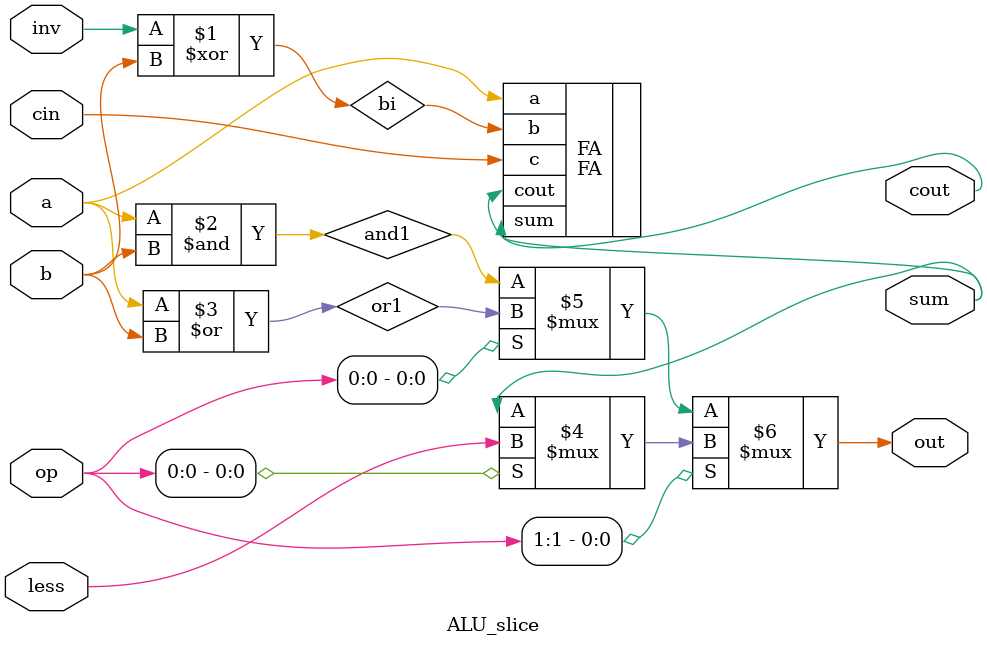
<source format=v>
module ALU_slice( a, b, cin, inv, less, op, cout, out, sum );
	input a,b,cin,inv,less; 
	input [1:0] op;
	output cout, out,sum;
	wire bi,and1,or1,temp,sum;	


	xor(bi,inv,b);
	and(and1,a,b);
	or(or1,a,b);
	
	FA FA( .a(a), .b(bi), .c(cin), .cout(cout), .sum(sum) ); // sum = add和sum 
	assign out = ( op[1] ) ? ( op[0] ? less : sum ) : ( op[0] ? or1 : and1 ); // 11 less -- 10 add,sum -- 01 or -- 00 and 
	
endmodule
</source>
